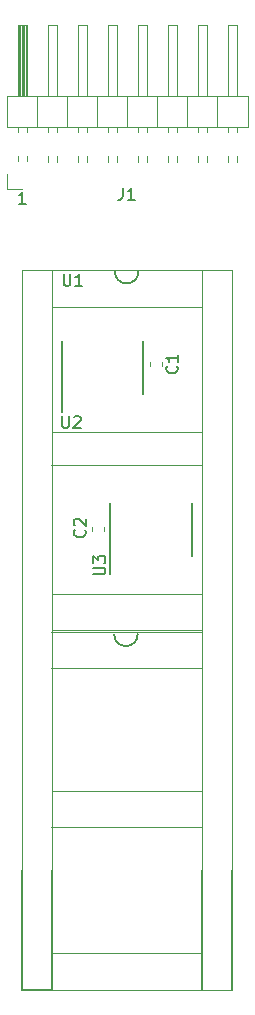
<source format=gbr>
G04 #@! TF.GenerationSoftware,KiCad,Pcbnew,(5.1.4)-1*
G04 #@! TF.CreationDate,2021-01-17T22:07:20+00:00*
G04 #@! TF.ProjectId,Amiga_External,416d6967-615f-4457-9874-65726e616c2e,rev?*
G04 #@! TF.SameCoordinates,Original*
G04 #@! TF.FileFunction,Legend,Top*
G04 #@! TF.FilePolarity,Positive*
%FSLAX46Y46*%
G04 Gerber Fmt 4.6, Leading zero omitted, Abs format (unit mm)*
G04 Created by KiCad (PCBNEW (5.1.4)-1) date 2021-01-17 22:07:20*
%MOMM*%
%LPD*%
G04 APERTURE LIST*
%ADD10C,0.150000*%
%ADD11C,0.100000*%
%ADD12C,0.120000*%
G04 APERTURE END LIST*
D10*
X126066514Y-69337180D02*
X125495085Y-69337180D01*
X125780800Y-69337180D02*
X125780800Y-68337180D01*
X125685561Y-68480038D01*
X125590323Y-68575276D01*
X125495085Y-68622895D01*
D11*
X143510000Y-125730000D02*
X143510000Y-74930000D01*
X140970000Y-74930000D02*
X140970000Y-125730000D01*
X143510000Y-74930000D02*
X140970000Y-74930000D01*
X128270000Y-125730000D02*
X128270000Y-74930000D01*
X125730000Y-74930000D02*
X125730000Y-125730000D01*
X128270000Y-74930000D02*
X125730000Y-74930000D01*
X140970000Y-74930000D02*
X140970000Y-78105000D01*
X128270000Y-74930000D02*
X140970000Y-74930000D01*
X128270000Y-78105000D02*
X128270000Y-74930000D01*
X140970000Y-78105000D02*
X128270000Y-78105000D01*
X140970000Y-74930000D02*
X140970000Y-78105000D01*
X128270000Y-135890000D02*
X140970000Y-135890000D01*
X128270000Y-122555000D02*
X128270000Y-125730000D01*
X140950000Y-132770000D02*
X128250000Y-132770000D01*
X140970000Y-125730000D02*
X140970000Y-122555000D01*
X140970000Y-90805000D02*
X140970000Y-93980000D01*
X128270000Y-88620000D02*
X140970000Y-88620000D01*
X128270000Y-93980000D02*
X128270000Y-90805000D01*
X140960000Y-91430000D02*
X128260000Y-91430000D01*
X140970000Y-109855000D02*
X140970000Y-106680000D01*
X128270000Y-105400000D02*
X140970000Y-105400000D01*
X128270000Y-106680000D02*
X128270000Y-109855000D01*
X140970000Y-102350000D02*
X128270000Y-102350000D01*
D10*
X135620000Y-75060000D02*
G75*
G02X133620000Y-75060000I-1000000J0D01*
G01*
D11*
X125730000Y-135890000D02*
X128270000Y-135890000D01*
X140970000Y-135890000D02*
X143510000Y-135890000D01*
D10*
X143510000Y-125730000D02*
X143510000Y-135890000D01*
X140970000Y-125730000D02*
X140970000Y-135890000D01*
X125730000Y-125730000D02*
X125730000Y-135890000D01*
X128270000Y-125730000D02*
X128270000Y-135890000D01*
X128270000Y-135890000D02*
X125730000Y-135890000D01*
X135560000Y-105770000D02*
G75*
G02X133560000Y-105770000I-1000000J0D01*
G01*
D12*
X140960000Y-105550000D02*
X128260000Y-105550000D01*
X140920000Y-108610000D02*
X128250000Y-108610000D01*
X140910000Y-119060000D02*
X128350000Y-119060000D01*
X140970000Y-122080000D02*
X128230000Y-122080000D01*
X131671600Y-97021467D02*
X131671600Y-96678933D01*
X132691600Y-97021467D02*
X132691600Y-96678933D01*
D10*
X136038000Y-85435400D02*
X136038000Y-80985400D01*
X129138000Y-86960400D02*
X129138000Y-80985400D01*
X133227400Y-100651000D02*
X133227400Y-94676000D01*
X140127400Y-99126000D02*
X140127400Y-94676000D01*
D12*
X124476200Y-62822000D02*
X144916200Y-62822000D01*
X144916200Y-62822000D02*
X144916200Y-60162000D01*
X144916200Y-60162000D02*
X124476200Y-60162000D01*
X124476200Y-60162000D02*
X124476200Y-62822000D01*
X125426200Y-60162000D02*
X125426200Y-54162000D01*
X125426200Y-54162000D02*
X126186200Y-54162000D01*
X126186200Y-54162000D02*
X126186200Y-60162000D01*
X125486200Y-60162000D02*
X125486200Y-54162000D01*
X125606200Y-60162000D02*
X125606200Y-54162000D01*
X125726200Y-60162000D02*
X125726200Y-54162000D01*
X125846200Y-60162000D02*
X125846200Y-54162000D01*
X125966200Y-60162000D02*
X125966200Y-54162000D01*
X126086200Y-60162000D02*
X126086200Y-54162000D01*
X125426200Y-63219071D02*
X125426200Y-62822000D01*
X126186200Y-63219071D02*
X126186200Y-62822000D01*
X125426200Y-65692000D02*
X125426200Y-65304929D01*
X126186200Y-65692000D02*
X126186200Y-65304929D01*
X127076200Y-62822000D02*
X127076200Y-60162000D01*
X127966200Y-60162000D02*
X127966200Y-54162000D01*
X127966200Y-54162000D02*
X128726200Y-54162000D01*
X128726200Y-54162000D02*
X128726200Y-60162000D01*
X127966200Y-63219071D02*
X127966200Y-62822000D01*
X128726200Y-63219071D02*
X128726200Y-62822000D01*
X127966200Y-65759071D02*
X127966200Y-65304929D01*
X128726200Y-65759071D02*
X128726200Y-65304929D01*
X129616200Y-62822000D02*
X129616200Y-60162000D01*
X130506200Y-60162000D02*
X130506200Y-54162000D01*
X130506200Y-54162000D02*
X131266200Y-54162000D01*
X131266200Y-54162000D02*
X131266200Y-60162000D01*
X130506200Y-63219071D02*
X130506200Y-62822000D01*
X131266200Y-63219071D02*
X131266200Y-62822000D01*
X130506200Y-65759071D02*
X130506200Y-65304929D01*
X131266200Y-65759071D02*
X131266200Y-65304929D01*
X132156200Y-62822000D02*
X132156200Y-60162000D01*
X133046200Y-60162000D02*
X133046200Y-54162000D01*
X133046200Y-54162000D02*
X133806200Y-54162000D01*
X133806200Y-54162000D02*
X133806200Y-60162000D01*
X133046200Y-63219071D02*
X133046200Y-62822000D01*
X133806200Y-63219071D02*
X133806200Y-62822000D01*
X133046200Y-65759071D02*
X133046200Y-65304929D01*
X133806200Y-65759071D02*
X133806200Y-65304929D01*
X134696200Y-62822000D02*
X134696200Y-60162000D01*
X135586200Y-60162000D02*
X135586200Y-54162000D01*
X135586200Y-54162000D02*
X136346200Y-54162000D01*
X136346200Y-54162000D02*
X136346200Y-60162000D01*
X135586200Y-63219071D02*
X135586200Y-62822000D01*
X136346200Y-63219071D02*
X136346200Y-62822000D01*
X135586200Y-65759071D02*
X135586200Y-65304929D01*
X136346200Y-65759071D02*
X136346200Y-65304929D01*
X137236200Y-62822000D02*
X137236200Y-60162000D01*
X138126200Y-60162000D02*
X138126200Y-54162000D01*
X138126200Y-54162000D02*
X138886200Y-54162000D01*
X138886200Y-54162000D02*
X138886200Y-60162000D01*
X138126200Y-63219071D02*
X138126200Y-62822000D01*
X138886200Y-63219071D02*
X138886200Y-62822000D01*
X138126200Y-65759071D02*
X138126200Y-65304929D01*
X138886200Y-65759071D02*
X138886200Y-65304929D01*
X139776200Y-62822000D02*
X139776200Y-60162000D01*
X140666200Y-60162000D02*
X140666200Y-54162000D01*
X140666200Y-54162000D02*
X141426200Y-54162000D01*
X141426200Y-54162000D02*
X141426200Y-60162000D01*
X140666200Y-63219071D02*
X140666200Y-62822000D01*
X141426200Y-63219071D02*
X141426200Y-62822000D01*
X140666200Y-65759071D02*
X140666200Y-65304929D01*
X141426200Y-65759071D02*
X141426200Y-65304929D01*
X142316200Y-62822000D02*
X142316200Y-60162000D01*
X143206200Y-60162000D02*
X143206200Y-54162000D01*
X143206200Y-54162000D02*
X143966200Y-54162000D01*
X143966200Y-54162000D02*
X143966200Y-60162000D01*
X143206200Y-63219071D02*
X143206200Y-62822000D01*
X143966200Y-63219071D02*
X143966200Y-62822000D01*
X143206200Y-65759071D02*
X143206200Y-65304929D01*
X143966200Y-65759071D02*
X143966200Y-65304929D01*
X125806200Y-68072000D02*
X124536200Y-68072000D01*
X124536200Y-68072000D02*
X124536200Y-66802000D01*
X137593800Y-82734333D02*
X137593800Y-83076867D01*
X136573800Y-82734333D02*
X136573800Y-83076867D01*
D10*
X129286095Y-75271380D02*
X129286095Y-76080904D01*
X129333714Y-76176142D01*
X129381333Y-76223761D01*
X129476571Y-76271380D01*
X129667047Y-76271380D01*
X129762285Y-76223761D01*
X129809904Y-76176142D01*
X129857523Y-76080904D01*
X129857523Y-75271380D01*
X130857523Y-76271380D02*
X130286095Y-76271380D01*
X130571809Y-76271380D02*
X130571809Y-75271380D01*
X130476571Y-75414238D01*
X130381333Y-75509476D01*
X130286095Y-75557095D01*
X131065542Y-96940666D02*
X131113161Y-96988285D01*
X131160780Y-97131142D01*
X131160780Y-97226380D01*
X131113161Y-97369238D01*
X131017923Y-97464476D01*
X130922685Y-97512095D01*
X130732209Y-97559714D01*
X130589352Y-97559714D01*
X130398876Y-97512095D01*
X130303638Y-97464476D01*
X130208400Y-97369238D01*
X130160780Y-97226380D01*
X130160780Y-97131142D01*
X130208400Y-96988285D01*
X130256019Y-96940666D01*
X130256019Y-96559714D02*
X130208400Y-96512095D01*
X130160780Y-96416857D01*
X130160780Y-96178761D01*
X130208400Y-96083523D01*
X130256019Y-96035904D01*
X130351257Y-95988285D01*
X130446495Y-95988285D01*
X130589352Y-96035904D01*
X131160780Y-96607333D01*
X131160780Y-95988285D01*
X129159095Y-87310980D02*
X129159095Y-88120504D01*
X129206714Y-88215742D01*
X129254333Y-88263361D01*
X129349571Y-88310980D01*
X129540047Y-88310980D01*
X129635285Y-88263361D01*
X129682904Y-88215742D01*
X129730523Y-88120504D01*
X129730523Y-87310980D01*
X130159095Y-87406219D02*
X130206714Y-87358600D01*
X130301952Y-87310980D01*
X130540047Y-87310980D01*
X130635285Y-87358600D01*
X130682904Y-87406219D01*
X130730523Y-87501457D01*
X130730523Y-87596695D01*
X130682904Y-87739552D01*
X130111476Y-88310980D01*
X130730523Y-88310980D01*
X131811780Y-100710904D02*
X132621304Y-100710904D01*
X132716542Y-100663285D01*
X132764161Y-100615666D01*
X132811780Y-100520428D01*
X132811780Y-100329952D01*
X132764161Y-100234714D01*
X132716542Y-100187095D01*
X132621304Y-100139476D01*
X131811780Y-100139476D01*
X131811780Y-99758523D02*
X131811780Y-99139476D01*
X132192733Y-99472809D01*
X132192733Y-99329952D01*
X132240352Y-99234714D01*
X132287971Y-99187095D01*
X132383209Y-99139476D01*
X132621304Y-99139476D01*
X132716542Y-99187095D01*
X132764161Y-99234714D01*
X132811780Y-99329952D01*
X132811780Y-99615666D01*
X132764161Y-99710904D01*
X132716542Y-99758523D01*
X134312066Y-67981580D02*
X134312066Y-68695866D01*
X134264447Y-68838723D01*
X134169209Y-68933961D01*
X134026352Y-68981580D01*
X133931114Y-68981580D01*
X135312066Y-68981580D02*
X134740638Y-68981580D01*
X135026352Y-68981580D02*
X135026352Y-67981580D01*
X134931114Y-68124438D01*
X134835876Y-68219676D01*
X134740638Y-68267295D01*
X138870942Y-83072266D02*
X138918561Y-83119885D01*
X138966180Y-83262742D01*
X138966180Y-83357980D01*
X138918561Y-83500838D01*
X138823323Y-83596076D01*
X138728085Y-83643695D01*
X138537609Y-83691314D01*
X138394752Y-83691314D01*
X138204276Y-83643695D01*
X138109038Y-83596076D01*
X138013800Y-83500838D01*
X137966180Y-83357980D01*
X137966180Y-83262742D01*
X138013800Y-83119885D01*
X138061419Y-83072266D01*
X138966180Y-82119885D02*
X138966180Y-82691314D01*
X138966180Y-82405600D02*
X137966180Y-82405600D01*
X138109038Y-82500838D01*
X138204276Y-82596076D01*
X138251895Y-82691314D01*
M02*

</source>
